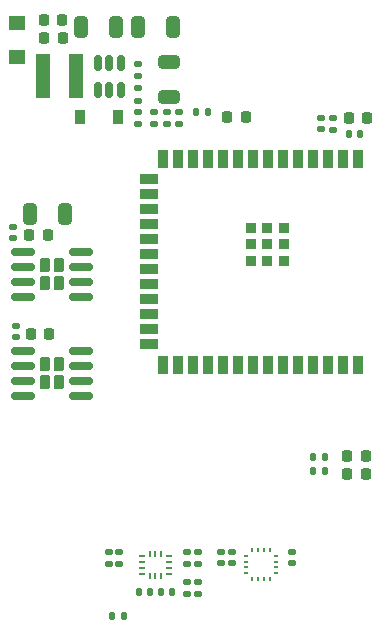
<source format=gbr>
%TF.GenerationSoftware,KiCad,Pcbnew,(6.0.7)*%
%TF.CreationDate,2025-03-15T16:29:39+08:00*%
%TF.ProjectId,solar_tracer,736f6c61-725f-4747-9261-6365722e6b69,1*%
%TF.SameCoordinates,PX6979f40PY7be1de0*%
%TF.FileFunction,Paste,Top*%
%TF.FilePolarity,Positive*%
%FSLAX46Y46*%
G04 Gerber Fmt 4.6, Leading zero omitted, Abs format (unit mm)*
G04 Created by KiCad (PCBNEW (6.0.7)) date 2025-03-15 16:29:39*
%MOMM*%
%LPD*%
G01*
G04 APERTURE LIST*
G04 Aperture macros list*
%AMRoundRect*
0 Rectangle with rounded corners*
0 $1 Rounding radius*
0 $2 $3 $4 $5 $6 $7 $8 $9 X,Y pos of 4 corners*
0 Add a 4 corners polygon primitive as box body*
4,1,4,$2,$3,$4,$5,$6,$7,$8,$9,$2,$3,0*
0 Add four circle primitives for the rounded corners*
1,1,$1+$1,$2,$3*
1,1,$1+$1,$4,$5*
1,1,$1+$1,$6,$7*
1,1,$1+$1,$8,$9*
0 Add four rect primitives between the rounded corners*
20,1,$1+$1,$2,$3,$4,$5,0*
20,1,$1+$1,$4,$5,$6,$7,0*
20,1,$1+$1,$6,$7,$8,$9,0*
20,1,$1+$1,$8,$9,$2,$3,0*%
G04 Aperture macros list end*
%ADD10RoundRect,0.225000X0.225000X0.250000X-0.225000X0.250000X-0.225000X-0.250000X0.225000X-0.250000X0*%
%ADD11RoundRect,0.250000X0.325000X0.650000X-0.325000X0.650000X-0.325000X-0.650000X0.325000X-0.650000X0*%
%ADD12RoundRect,0.225000X-0.225000X-0.250000X0.225000X-0.250000X0.225000X0.250000X-0.225000X0.250000X0*%
%ADD13RoundRect,0.150000X0.825000X0.150000X-0.825000X0.150000X-0.825000X-0.150000X0.825000X-0.150000X0*%
%ADD14RoundRect,0.230000X0.230000X0.375000X-0.230000X0.375000X-0.230000X-0.375000X0.230000X-0.375000X0*%
%ADD15R,0.250000X0.450000*%
%ADD16R,0.450000X0.250000*%
%ADD17R,0.270000X0.600000*%
%ADD18R,0.600000X0.270000*%
%ADD19RoundRect,0.150000X0.150000X-0.512500X0.150000X0.512500X-0.150000X0.512500X-0.150000X-0.512500X0*%
%ADD20R,0.900000X1.500000*%
%ADD21R,1.500000X0.900000*%
%ADD22R,0.900000X0.900000*%
%ADD23RoundRect,0.135000X0.185000X-0.135000X0.185000X0.135000X-0.185000X0.135000X-0.185000X-0.135000X0*%
%ADD24RoundRect,0.135000X-0.185000X0.135000X-0.185000X-0.135000X0.185000X-0.135000X0.185000X0.135000X0*%
%ADD25RoundRect,0.135000X-0.135000X-0.185000X0.135000X-0.185000X0.135000X0.185000X-0.135000X0.185000X0*%
%ADD26R,1.200000X3.700000*%
%ADD27RoundRect,0.218750X0.218750X0.256250X-0.218750X0.256250X-0.218750X-0.256250X0.218750X-0.256250X0*%
%ADD28R,1.400000X1.300000*%
%ADD29R,0.900000X1.200000*%
%ADD30RoundRect,0.140000X0.170000X-0.140000X0.170000X0.140000X-0.170000X0.140000X-0.170000X-0.140000X0*%
%ADD31RoundRect,0.140000X0.140000X0.170000X-0.140000X0.170000X-0.140000X-0.170000X0.140000X-0.170000X0*%
%ADD32RoundRect,0.140000X-0.170000X0.140000X-0.170000X-0.140000X0.170000X-0.140000X0.170000X0.140000X0*%
%ADD33RoundRect,0.140000X-0.140000X-0.170000X0.140000X-0.170000X0.140000X0.170000X-0.140000X0.170000X0*%
%ADD34RoundRect,0.250000X-0.325000X-0.650000X0.325000X-0.650000X0.325000X0.650000X-0.325000X0.650000X0*%
%ADD35RoundRect,0.250000X0.650000X-0.325000X0.650000X0.325000X-0.650000X0.325000X-0.650000X-0.325000X0*%
G04 APERTURE END LIST*
D10*
%TO.C,C10*%
X11642600Y59450400D03*
X13192600Y59450400D03*
%TD*%
%TO.C,C9*%
X11668000Y57926400D03*
X13218000Y57926400D03*
%TD*%
D11*
%TO.C,C7*%
X19607000Y58917000D03*
X22557000Y58917000D03*
%TD*%
D12*
%TO.C,C2*%
X37461400Y51166600D03*
X39011400Y51166600D03*
%TD*%
D13*
%TO.C,U6*%
X9844000Y27675000D03*
X9844000Y28945000D03*
X9844000Y30215000D03*
X9844000Y31485000D03*
X14794000Y31485000D03*
X14794000Y30215000D03*
X14794000Y28945000D03*
X14794000Y27675000D03*
D14*
X12889000Y30330000D03*
X11749000Y28830000D03*
X11749000Y30330000D03*
X12889000Y28830000D03*
%TD*%
D13*
%TO.C,U5*%
X9844000Y36057000D03*
X9844000Y37327000D03*
X9844000Y38597000D03*
X9844000Y39867000D03*
X14794000Y39867000D03*
X14794000Y38597000D03*
X14794000Y37327000D03*
X14794000Y36057000D03*
D14*
X12889000Y38712000D03*
X11749000Y37212000D03*
X11749000Y38712000D03*
X12889000Y37212000D03*
%TD*%
D15*
%TO.C,U4*%
X30788000Y12123000D03*
X30288000Y12123000D03*
X29788000Y12123000D03*
X29288000Y12123000D03*
D16*
X28778000Y12633000D03*
X28778000Y13133000D03*
X28778000Y13633000D03*
X28778000Y14133000D03*
D15*
X29288000Y14643000D03*
X29788000Y14643000D03*
X30288000Y14643000D03*
X30788000Y14643000D03*
D16*
X31298000Y14133000D03*
X31298000Y13633000D03*
X31298000Y13133000D03*
X31298000Y12633000D03*
%TD*%
D17*
%TO.C,U3*%
X20582000Y14244000D03*
X21082000Y14244000D03*
X21582000Y14244000D03*
D18*
X22252000Y14074000D03*
X22252000Y13574000D03*
X22252000Y13074000D03*
X22252000Y12574000D03*
D17*
X21582000Y12404000D03*
X21082000Y12404000D03*
X20582000Y12404000D03*
D18*
X19912000Y12574000D03*
X19912000Y13074000D03*
X19912000Y13574000D03*
X19912000Y14074000D03*
%TD*%
D19*
%TO.C,U2*%
X16242800Y55863500D03*
X17192800Y55863500D03*
X18142800Y55863500D03*
X18142800Y53588500D03*
X17192800Y53588500D03*
X16242800Y53588500D03*
%TD*%
D20*
%TO.C,U1*%
X38260000Y47750000D03*
X36990000Y47750000D03*
X35720000Y47750000D03*
X34450000Y47750000D03*
X33180000Y47750000D03*
X31910000Y47750000D03*
X30640000Y47750000D03*
X29370000Y47750000D03*
X28100000Y47750000D03*
X26830000Y47750000D03*
X25560000Y47750000D03*
X24290000Y47750000D03*
X23020000Y47750000D03*
X21750000Y47750000D03*
D21*
X20500000Y45985000D03*
X20500000Y44715000D03*
X20500000Y43445000D03*
X20500000Y42175000D03*
X20500000Y40905000D03*
X20500000Y39635000D03*
X20500000Y38365000D03*
X20500000Y37095000D03*
X20500000Y35825000D03*
X20500000Y34555000D03*
X20500000Y33285000D03*
X20500000Y32015000D03*
D20*
X21750000Y30250000D03*
X23020000Y30250000D03*
X24290000Y30250000D03*
X25560000Y30250000D03*
X26830000Y30250000D03*
X28100000Y30250000D03*
X29370000Y30250000D03*
X30640000Y30250000D03*
X31910000Y30250000D03*
X33180000Y30250000D03*
X34450000Y30250000D03*
X35720000Y30250000D03*
X36990000Y30250000D03*
X38260000Y30250000D03*
D22*
X30540000Y40500000D03*
X30540000Y41900000D03*
X31940000Y41900000D03*
X31940000Y39100000D03*
X29140000Y40500000D03*
X30540000Y39100000D03*
X29140000Y39100000D03*
X31940000Y40500000D03*
X29140000Y41900000D03*
%TD*%
D23*
%TO.C,R15*%
X23749000Y13447000D03*
X23749000Y14467000D03*
%TD*%
%TO.C,R14*%
X24699000Y13447000D03*
X24699000Y14467000D03*
%TD*%
%TO.C,R13*%
X18034000Y13449000D03*
X18034000Y14469000D03*
%TD*%
%TO.C,R12*%
X17145000Y13449000D03*
X17145000Y14469000D03*
%TD*%
%TO.C,R11*%
X23749000Y10907000D03*
X23749000Y11927000D03*
%TD*%
%TO.C,R10*%
X24699000Y10907000D03*
X24699000Y11927000D03*
%TD*%
D24*
%TO.C,R9*%
X20955000Y50685400D03*
X20955000Y51705400D03*
%TD*%
%TO.C,R8*%
X23114000Y50662000D03*
X23114000Y51682000D03*
%TD*%
D25*
%TO.C,R7*%
X25529000Y51678000D03*
X24509000Y51678000D03*
%TD*%
D24*
%TO.C,R6*%
X19605800Y50654500D03*
X19605800Y51674500D03*
%TD*%
%TO.C,R5*%
X19580400Y52666600D03*
X19580400Y53686600D03*
%TD*%
%TO.C,R4*%
X19605800Y54718500D03*
X19605800Y55738500D03*
%TD*%
D25*
%TO.C,R3*%
X35433000Y22468000D03*
X34413000Y22468000D03*
%TD*%
%TO.C,R2*%
X35433000Y21325000D03*
X34413000Y21325000D03*
%TD*%
D24*
%TO.C,R1*%
X36153600Y51219400D03*
X36153600Y50199400D03*
%TD*%
D26*
%TO.C,L1*%
X11551000Y54726000D03*
X14351000Y54726000D03*
%TD*%
D27*
%TO.C,D5*%
X27152500Y51297000D03*
X28727500Y51297000D03*
%TD*%
D28*
%TO.C,D4*%
X9392000Y59224000D03*
X9392000Y56324000D03*
%TD*%
D29*
%TO.C,D3*%
X17953800Y51246200D03*
X14653800Y51246200D03*
%TD*%
D27*
%TO.C,D2*%
X37310500Y22595000D03*
X38885500Y22595000D03*
%TD*%
%TO.C,D1*%
X37312500Y21067000D03*
X38887500Y21067000D03*
%TD*%
D10*
%TO.C,C20*%
X10528000Y32882000D03*
X12078000Y32882000D03*
%TD*%
%TO.C,C19*%
X10401000Y41264000D03*
X11951000Y41264000D03*
%TD*%
D30*
%TO.C,C18*%
X9271000Y33616000D03*
X9271000Y32656000D03*
%TD*%
%TO.C,C17*%
X9017000Y41998000D03*
X9017000Y41038000D03*
%TD*%
%TO.C,C16*%
X27559000Y13479000D03*
X27559000Y14439000D03*
%TD*%
D31*
%TO.C,C15*%
X20612000Y11097000D03*
X19652000Y11097000D03*
%TD*%
D30*
%TO.C,C14*%
X26670000Y13479000D03*
X26670000Y14439000D03*
%TD*%
D32*
%TO.C,C13*%
X32679000Y14439000D03*
X32679000Y13479000D03*
%TD*%
D33*
%TO.C,C12*%
X21557000Y11097000D03*
X22517000Y11097000D03*
%TD*%
D32*
%TO.C,C11*%
X22047200Y50715400D03*
X22047200Y51675400D03*
%TD*%
D34*
%TO.C,C8*%
X17702600Y58917000D03*
X14752600Y58917000D03*
%TD*%
D11*
%TO.C,C6*%
X10463000Y43042000D03*
X13413000Y43042000D03*
%TD*%
D35*
%TO.C,C5*%
X22225000Y55947000D03*
X22225000Y52997000D03*
%TD*%
D31*
%TO.C,C4*%
X17427000Y9006000D03*
X18387000Y9006000D03*
%TD*%
D33*
%TO.C,C3*%
X37451600Y49820400D03*
X38411600Y49820400D03*
%TD*%
D30*
%TO.C,C1*%
X35086800Y50229400D03*
X35086800Y51189400D03*
%TD*%
M02*

</source>
